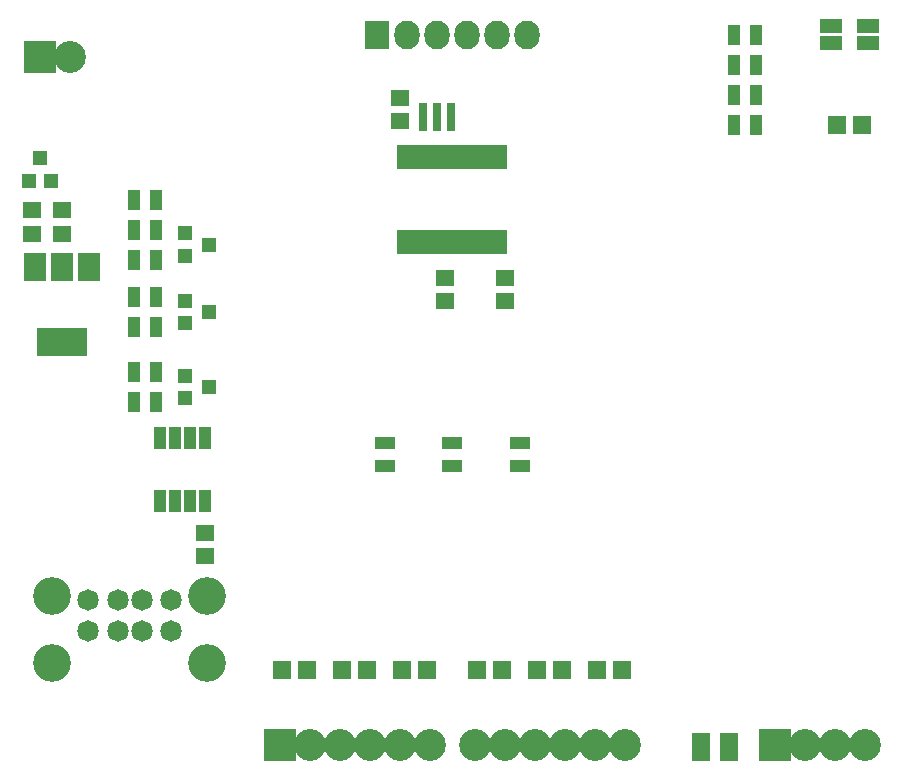
<source format=gts>
G04 #@! TF.FileFunction,Soldermask,Top*
%FSLAX46Y46*%
G04 Gerber Fmt 4.6, Leading zero omitted, Abs format (unit mm)*
G04 Created by KiCad (PCBNEW 4.0.7) date Sun Dec 10 04:28:40 2017*
%MOMM*%
%LPD*%
G01*
G04 APERTURE LIST*
%ADD10C,0.127000*%
%ADD11C,2.700000*%
%ADD12R,2.700000X2.700000*%
%ADD13R,1.650000X1.400000*%
%ADD14R,1.900000X1.300000*%
%ADD15R,2.127200X2.432000*%
%ADD16O,2.127200X2.432000*%
%ADD17R,1.000000X1.950000*%
%ADD18R,0.800000X2.400000*%
%ADD19R,1.200100X1.200100*%
%ADD20R,1.598880X1.598880*%
%ADD21R,0.850000X2.150000*%
%ADD22R,1.300000X1.200000*%
%ADD23R,1.700000X1.100000*%
%ADD24R,1.100000X1.700000*%
%ADD25R,4.200000X2.400000*%
%ADD26R,1.900000X2.400000*%
%ADD27C,1.820000*%
%ADD28C,3.200000*%
%ADD29R,1.540000X2.430000*%
G04 APERTURE END LIST*
D10*
D11*
X49530000Y7155000D03*
X44450000Y7155000D03*
X41910000Y7155000D03*
X46990000Y7155000D03*
X52070000Y7155000D03*
X54610000Y7155000D03*
X38100000Y7155000D03*
X35560000Y7155000D03*
X33020000Y7155000D03*
X30480000Y7155000D03*
X27940000Y7155000D03*
D12*
X25400000Y7155000D03*
X25400000Y7155000D03*
D11*
X27940000Y7155000D03*
X30480000Y7155000D03*
X33020000Y7155000D03*
X35560000Y7155000D03*
X38100000Y7155000D03*
D13*
X44450000Y46720000D03*
X44450000Y44720000D03*
X35560000Y59960000D03*
X35560000Y61960000D03*
X39370000Y46720000D03*
X39370000Y44720000D03*
X19050000Y25130000D03*
X19050000Y23130000D03*
D14*
X75210000Y66560000D03*
X75210000Y68060000D03*
X72110000Y68060000D03*
X72110000Y66560000D03*
D15*
X33655000Y67310000D03*
D16*
X36195000Y67310000D03*
X38735000Y67310000D03*
X41275000Y67310000D03*
X43815000Y67310000D03*
X46355000Y67310000D03*
D17*
X19050000Y33180000D03*
X17780000Y33180000D03*
X16510000Y33180000D03*
X15240000Y33180000D03*
X15240000Y27780000D03*
X16510000Y27780000D03*
X17780000Y27780000D03*
X19050000Y27780000D03*
D18*
X38735000Y60325000D03*
X39935000Y60325000D03*
X37535000Y60325000D03*
D19*
X4130000Y54879240D03*
X6030000Y54879240D03*
X5080000Y56878220D03*
D20*
X52290980Y13505000D03*
X54389020Y13505000D03*
X47210980Y13505000D03*
X49309020Y13505000D03*
X42130980Y13505000D03*
X44229020Y13505000D03*
X35780980Y13505000D03*
X37879020Y13505000D03*
X30700980Y13505000D03*
X32799020Y13505000D03*
X25620980Y13505000D03*
X27719020Y13505000D03*
X72610980Y59690000D03*
X74709020Y59690000D03*
D13*
X4445000Y50435000D03*
X4445000Y52435000D03*
X6985000Y50435000D03*
X6985000Y52435000D03*
D21*
X44230000Y56940000D03*
X43580000Y56940000D03*
X42930000Y56940000D03*
X42280000Y56940000D03*
X41630000Y56940000D03*
X40980000Y56940000D03*
X40330000Y56940000D03*
X39680000Y56940000D03*
X39030000Y56940000D03*
X38380000Y56940000D03*
X37730000Y56940000D03*
X37080000Y56940000D03*
X36430000Y56940000D03*
X35780000Y56940000D03*
X35780000Y49740000D03*
X36430000Y49740000D03*
X37080000Y49740000D03*
X37730000Y49740000D03*
X38380000Y49740000D03*
X39030000Y49740000D03*
X39680000Y49740000D03*
X40330000Y49740000D03*
X40980000Y49740000D03*
X41630000Y49740000D03*
X42280000Y49740000D03*
X42930000Y49740000D03*
X43580000Y49740000D03*
X44230000Y49740000D03*
D22*
X17415000Y44765000D03*
X17415000Y42865000D03*
X19415000Y43815000D03*
X17415000Y38415000D03*
X17415000Y36515000D03*
X19415000Y37465000D03*
X17415000Y50480000D03*
X17415000Y48580000D03*
X19415000Y49530000D03*
D23*
X34290000Y32700000D03*
X34290000Y30800000D03*
X40005000Y32700000D03*
X40005000Y30800000D03*
X45720000Y32700000D03*
X45720000Y30800000D03*
D24*
X65720000Y67310000D03*
X63820000Y67310000D03*
X65720000Y64770000D03*
X63820000Y64770000D03*
X65720000Y62230000D03*
X63820000Y62230000D03*
X63820000Y59690000D03*
X65720000Y59690000D03*
X14920000Y53340000D03*
X13020000Y53340000D03*
X14920000Y50800000D03*
X13020000Y50800000D03*
X13020000Y48260000D03*
X14920000Y48260000D03*
X13020000Y45085000D03*
X14920000Y45085000D03*
X13020000Y38735000D03*
X14920000Y38735000D03*
X13020000Y42545000D03*
X14920000Y42545000D03*
X13020000Y36195000D03*
X14920000Y36195000D03*
D25*
X6985000Y41300000D03*
D26*
X6985000Y47600000D03*
X4685000Y47600000D03*
X9285000Y47600000D03*
D12*
X5080000Y65405000D03*
D11*
X7620000Y65405000D03*
D12*
X67310000Y7155000D03*
D11*
X69850000Y7155000D03*
X72390000Y7155000D03*
X74930000Y7155000D03*
D27*
X9200000Y19440005D03*
X11700000Y19440005D03*
X13700000Y19440005D03*
X16200000Y19440005D03*
X9200000Y16820005D03*
X11700000Y16820005D03*
X13700000Y16820005D03*
X16200000Y16820005D03*
D28*
X19270000Y14110005D03*
X19270000Y19790005D03*
X6130000Y19790005D03*
X6130000Y14110005D03*
D29*
X61030000Y6985000D03*
X63430000Y6985000D03*
M02*

</source>
